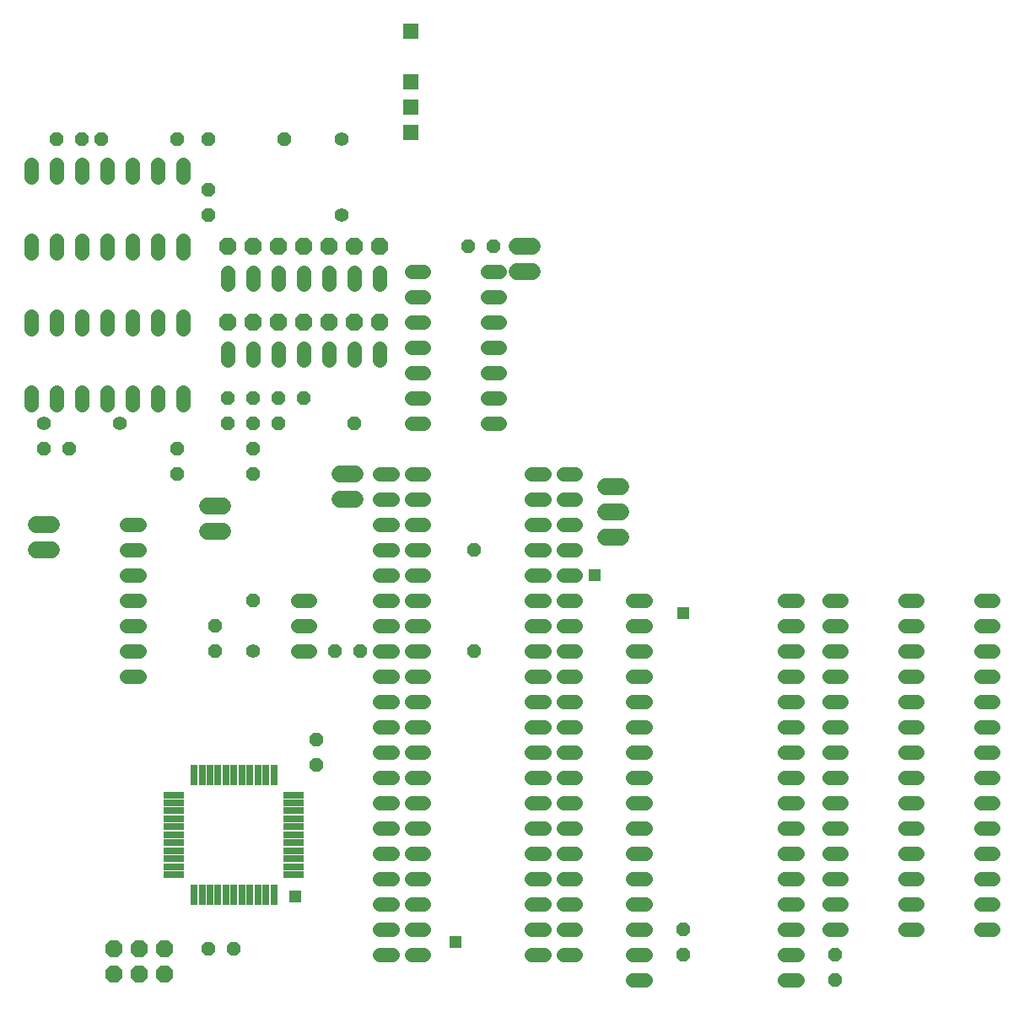
<source format=gts>
G75*
%MOIN*%
%OFA0B0*%
%FSLAX24Y24*%
%IPPOS*%
%LPD*%
%AMOC8*
5,1,8,0,0,1.08239X$1,22.5*
%
%ADD10C,0.0560*%
%ADD11OC8,0.0560*%
%ADD12C,0.0680*%
%ADD13R,0.0789X0.0277*%
%ADD14R,0.0277X0.0789*%
%ADD15OC8,0.0680*%
%ADD16C,0.0560*%
%ADD17R,0.0611X0.0611*%
%ADD18R,0.0456X0.0456*%
D10*
X006208Y013910D02*
X006688Y013910D01*
X006688Y014910D02*
X006208Y014910D01*
X006208Y015910D02*
X006688Y015910D01*
X006688Y016910D02*
X006208Y016910D01*
X006208Y017910D02*
X006688Y017910D01*
X006688Y018910D02*
X006208Y018910D01*
X006208Y019910D02*
X006688Y019910D01*
X006448Y024670D02*
X006448Y025150D01*
X005448Y025150D02*
X005448Y024670D01*
X004448Y024670D02*
X004448Y025150D01*
X003448Y025150D02*
X003448Y024670D01*
X002448Y024670D02*
X002448Y025150D01*
X002448Y027670D02*
X002448Y028150D01*
X003448Y028150D02*
X003448Y027670D01*
X004448Y027670D02*
X004448Y028150D01*
X005448Y028150D02*
X005448Y027670D01*
X006448Y027670D02*
X006448Y028150D01*
X007448Y028150D02*
X007448Y027670D01*
X008448Y027670D02*
X008448Y028150D01*
X010198Y026900D02*
X010198Y026420D01*
X011198Y026420D02*
X011198Y026900D01*
X012198Y026900D02*
X012198Y026420D01*
X013198Y026420D02*
X013198Y026900D01*
X014198Y026900D02*
X014198Y026420D01*
X015198Y026420D02*
X015198Y026900D01*
X016198Y026900D02*
X016198Y026420D01*
X017458Y026910D02*
X017938Y026910D01*
X017938Y027910D02*
X017458Y027910D01*
X017458Y028910D02*
X017938Y028910D01*
X017938Y029910D02*
X017458Y029910D01*
X016198Y029900D02*
X016198Y029420D01*
X015198Y029420D02*
X015198Y029900D01*
X014198Y029900D02*
X014198Y029420D01*
X013198Y029420D02*
X013198Y029900D01*
X012198Y029900D02*
X012198Y029420D01*
X011198Y029420D02*
X011198Y029900D01*
X010198Y029900D02*
X010198Y029420D01*
X008448Y030670D02*
X008448Y031150D01*
X007448Y031150D02*
X007448Y030670D01*
X006448Y030670D02*
X006448Y031150D01*
X005448Y031150D02*
X005448Y030670D01*
X004448Y030670D02*
X004448Y031150D01*
X003448Y031150D02*
X003448Y030670D01*
X002448Y030670D02*
X002448Y031150D01*
X002448Y033670D02*
X002448Y034150D01*
X003448Y034150D02*
X003448Y033670D01*
X004448Y033670D02*
X004448Y034150D01*
X005448Y034150D02*
X005448Y033670D01*
X006448Y033670D02*
X006448Y034150D01*
X007448Y034150D02*
X007448Y033670D01*
X008448Y033670D02*
X008448Y034150D01*
X008448Y025150D02*
X008448Y024670D01*
X007448Y024670D02*
X007448Y025150D01*
X012958Y016910D02*
X013438Y016910D01*
X013438Y015910D02*
X012958Y015910D01*
X012958Y014910D02*
X013438Y014910D01*
X016208Y014910D02*
X016688Y014910D01*
X017458Y014910D02*
X017938Y014910D01*
X017938Y013910D02*
X017458Y013910D01*
X016688Y013910D02*
X016208Y013910D01*
X016208Y012910D02*
X016688Y012910D01*
X017458Y012910D02*
X017938Y012910D01*
X017938Y011910D02*
X017458Y011910D01*
X016688Y011910D02*
X016208Y011910D01*
X016208Y010910D02*
X016688Y010910D01*
X017458Y010910D02*
X017938Y010910D01*
X017938Y009910D02*
X017458Y009910D01*
X016688Y009910D02*
X016208Y009910D01*
X016208Y008910D02*
X016688Y008910D01*
X017458Y008910D02*
X017938Y008910D01*
X017938Y007910D02*
X017458Y007910D01*
X016688Y007910D02*
X016208Y007910D01*
X016208Y006910D02*
X016688Y006910D01*
X017458Y006910D02*
X017938Y006910D01*
X017938Y005910D02*
X017458Y005910D01*
X016688Y005910D02*
X016208Y005910D01*
X016208Y004910D02*
X016688Y004910D01*
X017458Y004910D02*
X017938Y004910D01*
X017938Y003910D02*
X017458Y003910D01*
X016688Y003910D02*
X016208Y003910D01*
X016208Y002910D02*
X016688Y002910D01*
X017458Y002910D02*
X017938Y002910D01*
X022208Y002910D02*
X022688Y002910D01*
X023458Y002910D02*
X023938Y002910D01*
X023938Y003910D02*
X023458Y003910D01*
X022688Y003910D02*
X022208Y003910D01*
X022208Y004910D02*
X022688Y004910D01*
X023458Y004910D02*
X023938Y004910D01*
X023938Y005910D02*
X023458Y005910D01*
X022688Y005910D02*
X022208Y005910D01*
X022208Y006910D02*
X022688Y006910D01*
X023458Y006910D02*
X023938Y006910D01*
X023938Y007910D02*
X023458Y007910D01*
X022688Y007910D02*
X022208Y007910D01*
X022208Y008910D02*
X022688Y008910D01*
X023458Y008910D02*
X023938Y008910D01*
X023938Y009910D02*
X023458Y009910D01*
X022688Y009910D02*
X022208Y009910D01*
X022208Y010910D02*
X022688Y010910D01*
X023458Y010910D02*
X023938Y010910D01*
X023938Y011910D02*
X023458Y011910D01*
X022688Y011910D02*
X022208Y011910D01*
X022208Y012910D02*
X022688Y012910D01*
X023458Y012910D02*
X023938Y012910D01*
X023938Y013910D02*
X023458Y013910D01*
X022688Y013910D02*
X022208Y013910D01*
X022208Y014910D02*
X022688Y014910D01*
X023458Y014910D02*
X023938Y014910D01*
X023938Y015910D02*
X023458Y015910D01*
X022688Y015910D02*
X022208Y015910D01*
X022208Y016910D02*
X022688Y016910D01*
X023458Y016910D02*
X023938Y016910D01*
X023938Y017910D02*
X023458Y017910D01*
X022688Y017910D02*
X022208Y017910D01*
X022208Y018910D02*
X022688Y018910D01*
X023458Y018910D02*
X023938Y018910D01*
X023938Y019910D02*
X023458Y019910D01*
X022688Y019910D02*
X022208Y019910D01*
X022208Y020910D02*
X022688Y020910D01*
X023458Y020910D02*
X023938Y020910D01*
X023938Y021910D02*
X023458Y021910D01*
X022688Y021910D02*
X022208Y021910D01*
X020938Y023910D02*
X020458Y023910D01*
X020458Y024910D02*
X020938Y024910D01*
X020938Y025910D02*
X020458Y025910D01*
X020458Y026910D02*
X020938Y026910D01*
X020938Y027910D02*
X020458Y027910D01*
X020458Y028910D02*
X020938Y028910D01*
X020938Y029910D02*
X020458Y029910D01*
X017938Y025910D02*
X017458Y025910D01*
X017458Y024910D02*
X017938Y024910D01*
X017938Y023910D02*
X017458Y023910D01*
X017458Y021910D02*
X017938Y021910D01*
X017938Y020910D02*
X017458Y020910D01*
X016688Y020910D02*
X016208Y020910D01*
X016208Y019910D02*
X016688Y019910D01*
X017458Y019910D02*
X017938Y019910D01*
X017938Y018910D02*
X017458Y018910D01*
X016688Y018910D02*
X016208Y018910D01*
X016208Y017910D02*
X016688Y017910D01*
X017458Y017910D02*
X017938Y017910D01*
X017938Y016910D02*
X017458Y016910D01*
X016688Y016910D02*
X016208Y016910D01*
X016208Y015910D02*
X016688Y015910D01*
X017458Y015910D02*
X017938Y015910D01*
X016688Y021910D02*
X016208Y021910D01*
X026208Y016910D02*
X026688Y016910D01*
X026688Y015910D02*
X026208Y015910D01*
X026208Y014910D02*
X026688Y014910D01*
X026688Y013910D02*
X026208Y013910D01*
X026208Y012910D02*
X026688Y012910D01*
X026688Y011910D02*
X026208Y011910D01*
X026208Y010910D02*
X026688Y010910D01*
X026688Y009910D02*
X026208Y009910D01*
X026208Y008910D02*
X026688Y008910D01*
X026688Y007910D02*
X026208Y007910D01*
X026208Y006910D02*
X026688Y006910D01*
X026688Y005910D02*
X026208Y005910D01*
X026208Y004910D02*
X026688Y004910D01*
X026688Y003910D02*
X026208Y003910D01*
X026208Y002910D02*
X026688Y002910D01*
X026688Y001910D02*
X026208Y001910D01*
X032208Y001910D02*
X032688Y001910D01*
X032688Y002910D02*
X032208Y002910D01*
X032208Y003910D02*
X032688Y003910D01*
X032688Y004910D02*
X032208Y004910D01*
X032208Y005910D02*
X032688Y005910D01*
X032688Y006910D02*
X032208Y006910D01*
X032208Y007910D02*
X032688Y007910D01*
X032688Y008910D02*
X032208Y008910D01*
X032208Y009910D02*
X032688Y009910D01*
X032688Y010910D02*
X032208Y010910D01*
X032208Y011910D02*
X032688Y011910D01*
X032688Y012910D02*
X032208Y012910D01*
X032208Y013910D02*
X032688Y013910D01*
X032688Y014910D02*
X032208Y014910D01*
X032208Y015910D02*
X032688Y015910D01*
X032688Y016910D02*
X032208Y016910D01*
X033958Y016910D02*
X034438Y016910D01*
X033958Y016910D01*
X033958Y015910D02*
X034438Y015910D01*
X033958Y015910D01*
X033958Y014910D02*
X034438Y014910D01*
X033958Y014910D01*
X033958Y013910D02*
X034438Y013910D01*
X033958Y013910D01*
X033958Y012910D02*
X034438Y012910D01*
X033958Y012910D01*
X033958Y011910D02*
X034438Y011910D01*
X033958Y011910D01*
X033958Y010910D02*
X034438Y010910D01*
X033958Y010910D01*
X033958Y009910D02*
X034438Y009910D01*
X033958Y009910D01*
X033958Y008910D02*
X034438Y008910D01*
X033958Y008910D01*
X033958Y007910D02*
X034438Y007910D01*
X033958Y007910D01*
X033958Y006910D02*
X034438Y006910D01*
X033958Y006910D01*
X033958Y005910D02*
X034438Y005910D01*
X033958Y005910D01*
X033958Y004910D02*
X034438Y004910D01*
X033958Y004910D01*
X033958Y003910D02*
X034438Y003910D01*
X033958Y003910D01*
X036958Y003910D02*
X037438Y003910D01*
X037438Y004910D02*
X036958Y004910D01*
X036958Y005910D02*
X037438Y005910D01*
X037438Y006910D02*
X036958Y006910D01*
X036958Y007910D02*
X037438Y007910D01*
X037438Y008910D02*
X036958Y008910D01*
X036958Y009910D02*
X037438Y009910D01*
X037438Y010910D02*
X036958Y010910D01*
X036958Y011910D02*
X037438Y011910D01*
X037438Y012910D02*
X036958Y012910D01*
X036958Y013910D02*
X037438Y013910D01*
X037438Y014910D02*
X036958Y014910D01*
X036958Y015910D02*
X037438Y015910D01*
X037438Y016910D02*
X036958Y016910D01*
X039958Y016910D02*
X040438Y016910D01*
X040438Y015910D02*
X039958Y015910D01*
X039958Y014910D02*
X040438Y014910D01*
X040438Y013910D02*
X039958Y013910D01*
X039958Y012910D02*
X040438Y012910D01*
X040438Y011910D02*
X039958Y011910D01*
X039958Y010910D02*
X040438Y010910D01*
X040438Y009910D02*
X039958Y009910D01*
X039958Y008910D02*
X040438Y008910D01*
X040438Y007910D02*
X039958Y007910D01*
X039958Y006910D02*
X040438Y006910D01*
X040438Y005910D02*
X039958Y005910D01*
X039958Y004910D02*
X040438Y004910D01*
X040438Y003910D02*
X039958Y003910D01*
D11*
X034198Y002910D03*
X034198Y001910D03*
X028198Y002910D03*
X028198Y003910D03*
X019948Y014910D03*
X019948Y018910D03*
X015448Y014910D03*
X014448Y014910D03*
X011198Y016910D03*
X009698Y015910D03*
X009698Y014910D03*
X013698Y011410D03*
X013698Y010410D03*
X010448Y003160D03*
X009448Y003160D03*
X008198Y021910D03*
X008198Y022910D03*
X010198Y023910D03*
X010198Y024910D03*
X011198Y024910D03*
X011198Y023910D03*
X011198Y022910D03*
X012198Y023910D03*
X012198Y024910D03*
X013198Y024910D03*
X015198Y023910D03*
X011198Y021910D03*
X003948Y022910D03*
X002948Y022910D03*
X009448Y032160D03*
X009448Y033160D03*
X009448Y035160D03*
X008198Y035160D03*
X005198Y035160D03*
X004448Y035160D03*
X003448Y035160D03*
X012448Y035160D03*
X019698Y030910D03*
X020698Y030910D03*
D12*
X021648Y030910D02*
X022248Y030910D01*
X022248Y029910D02*
X021648Y029910D01*
X015248Y021910D02*
X014648Y021910D01*
X014648Y020910D02*
X015248Y020910D01*
X009998Y020660D02*
X009398Y020660D01*
X009398Y019660D02*
X009998Y019660D01*
X003248Y019910D02*
X002648Y019910D01*
X002648Y018910D02*
X003248Y018910D01*
X025148Y019410D02*
X025748Y019410D01*
X025748Y020410D02*
X025148Y020410D01*
X025148Y021410D02*
X025748Y021410D01*
D13*
X012810Y009235D03*
X012810Y008920D03*
X012810Y008605D03*
X012810Y008290D03*
X012810Y007975D03*
X012810Y007660D03*
X012810Y007345D03*
X012810Y007030D03*
X012810Y006715D03*
X012810Y006400D03*
X012810Y006085D03*
X008086Y006085D03*
X008086Y006400D03*
X008086Y006715D03*
X008086Y007030D03*
X008086Y007345D03*
X008086Y007660D03*
X008086Y007975D03*
X008086Y008290D03*
X008086Y008605D03*
X008086Y008920D03*
X008086Y009235D03*
D14*
X008873Y010022D03*
X009188Y010022D03*
X009503Y010022D03*
X009818Y010022D03*
X010133Y010022D03*
X010448Y010022D03*
X010763Y010022D03*
X011078Y010022D03*
X011393Y010022D03*
X011708Y010022D03*
X012023Y010022D03*
X012023Y005298D03*
X011708Y005298D03*
X011393Y005298D03*
X011078Y005298D03*
X010763Y005298D03*
X010448Y005298D03*
X010133Y005298D03*
X009818Y005298D03*
X009503Y005298D03*
X009188Y005298D03*
X008873Y005298D03*
D15*
X005698Y002160D03*
X005698Y003160D03*
X006698Y003160D03*
X007698Y003160D03*
X007698Y002160D03*
X006698Y002160D03*
X010198Y027910D03*
X011198Y027910D03*
X012198Y027910D03*
X013198Y027910D03*
X014198Y027910D03*
X015198Y027910D03*
X016198Y027910D03*
X016198Y030910D03*
X015198Y030910D03*
X014198Y030910D03*
X013198Y030910D03*
X012198Y030910D03*
X011198Y030910D03*
X010198Y030910D03*
D16*
X014698Y032160D03*
X014698Y035160D03*
X005948Y023910D03*
X002948Y023910D03*
X011198Y014910D03*
D17*
X017448Y035410D03*
X017448Y036410D03*
X017448Y037410D03*
X017448Y039410D03*
D18*
X024698Y017910D03*
X028198Y016410D03*
X019198Y003410D03*
X012886Y005223D03*
M02*

</source>
